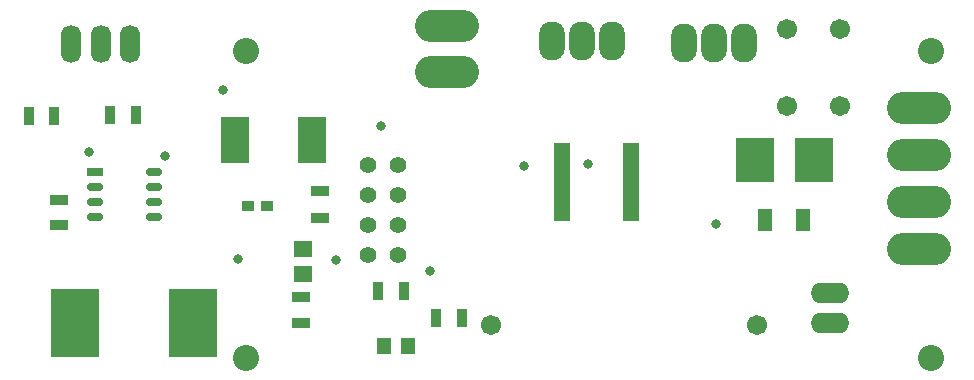
<source format=gts>
G04*
G04 #@! TF.GenerationSoftware,Altium Limited,Altium Designer,21.6.1 (37)*
G04*
G04 Layer_Color=8388736*
%FSLAX23Y23*%
%MOIN*%
G70*
G04*
G04 #@! TF.SameCoordinates,C1C5D9C5-2355-4A3C-9FD6-11C0A888820F*
G04*
G04*
G04 #@! TF.FilePolarity,Negative*
G04*
G01*
G75*
%ADD30R,0.059X0.036*%
%ADD31R,0.160X0.225*%
%ADD32R,0.097X0.157*%
%ADD33R,0.058X0.264*%
%ADD34R,0.055X0.028*%
%ADD35O,0.055X0.028*%
%ADD36R,0.036X0.059*%
%ADD37R,0.047X0.075*%
%ADD38R,0.039X0.036*%
%ADD39R,0.061X0.055*%
%ADD40R,0.047X0.055*%
%ADD41R,0.126X0.146*%
%ADD42C,0.055*%
%ADD43C,0.087*%
%ADD44C,0.067*%
%ADD45O,0.213X0.108*%
%ADD46O,0.068X0.126*%
%ADD47O,0.128X0.068*%
%ADD48O,0.087X0.130*%
%ADD49C,0.032*%
D30*
X243Y592D02*
D03*
Y678D02*
D03*
X1114Y618D02*
D03*
Y705D02*
D03*
X1051Y354D02*
D03*
Y268D02*
D03*
D31*
X690Y267D02*
D03*
X298D02*
D03*
D32*
X1085Y878D02*
D03*
X829D02*
D03*
D33*
X2150Y736D02*
D03*
X1920D02*
D03*
D34*
X364Y771D02*
D03*
D35*
Y721D02*
D03*
Y671D02*
D03*
Y621D02*
D03*
X561Y771D02*
D03*
Y721D02*
D03*
Y671D02*
D03*
Y621D02*
D03*
D36*
X500Y961D02*
D03*
X413D02*
D03*
X142Y957D02*
D03*
X228D02*
D03*
X1587Y283D02*
D03*
X1500D02*
D03*
X1307Y374D02*
D03*
X1394D02*
D03*
D37*
X2724Y610D02*
D03*
X2598D02*
D03*
D38*
X874Y657D02*
D03*
X937D02*
D03*
D39*
X1055Y431D02*
D03*
Y514D02*
D03*
D40*
X1327Y189D02*
D03*
X1406D02*
D03*
D41*
X2563Y811D02*
D03*
X2760D02*
D03*
D42*
X1273Y492D02*
D03*
Y592D02*
D03*
Y692D02*
D03*
Y792D02*
D03*
X1373Y492D02*
D03*
Y592D02*
D03*
Y692D02*
D03*
Y792D02*
D03*
D43*
X3150Y1173D02*
D03*
Y150D02*
D03*
X866Y1173D02*
D03*
Y150D02*
D03*
D44*
X1684Y260D02*
D03*
X2570D02*
D03*
X2670Y989D02*
D03*
Y1245D02*
D03*
X2847Y989D02*
D03*
Y1245D02*
D03*
D45*
X1537Y1102D02*
D03*
Y1258D02*
D03*
X3110Y670D02*
D03*
Y514D02*
D03*
Y826D02*
D03*
Y982D02*
D03*
D46*
X382Y1197D02*
D03*
X283D02*
D03*
X480D02*
D03*
D47*
X2813Y267D02*
D03*
Y367D02*
D03*
D48*
X2525Y1201D02*
D03*
X2325D02*
D03*
X2425D02*
D03*
X2088Y1205D02*
D03*
X1888D02*
D03*
X1988D02*
D03*
D49*
X2007Y795D02*
D03*
X1168Y477D02*
D03*
X1480Y441D02*
D03*
X1316Y924D02*
D03*
X1793Y790D02*
D03*
X789Y1042D02*
D03*
X2433Y597D02*
D03*
X841Y479D02*
D03*
X343Y836D02*
D03*
X598Y824D02*
D03*
M02*

</source>
